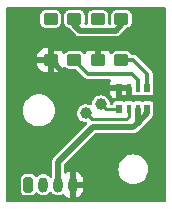
<source format=gbr>
%TF.GenerationSoftware,KiCad,Pcbnew,(6.0.4)*%
%TF.CreationDate,2022-07-21T21:10:16-04:00*%
%TF.ProjectId,XpandShieldMK3_2,5870616e-6453-4686-9965-6c644d4b335f,rev?*%
%TF.SameCoordinates,Original*%
%TF.FileFunction,Copper,L1,Top*%
%TF.FilePolarity,Positive*%
%FSLAX46Y46*%
G04 Gerber Fmt 4.6, Leading zero omitted, Abs format (unit mm)*
G04 Created by KiCad (PCBNEW (6.0.4)) date 2022-07-21 21:10:16*
%MOMM*%
%LPD*%
G01*
G04 APERTURE LIST*
G04 Aperture macros list*
%AMRoundRect*
0 Rectangle with rounded corners*
0 $1 Rounding radius*
0 $2 $3 $4 $5 $6 $7 $8 $9 X,Y pos of 4 corners*
0 Add a 4 corners polygon primitive as box body*
4,1,4,$2,$3,$4,$5,$6,$7,$8,$9,$2,$3,0*
0 Add four circle primitives for the rounded corners*
1,1,$1+$1,$2,$3*
1,1,$1+$1,$4,$5*
1,1,$1+$1,$6,$7*
1,1,$1+$1,$8,$9*
0 Add four rect primitives between the rounded corners*
20,1,$1+$1,$2,$3,$4,$5,0*
20,1,$1+$1,$4,$5,$6,$7,0*
20,1,$1+$1,$6,$7,$8,$9,0*
20,1,$1+$1,$8,$9,$2,$3,0*%
G04 Aperture macros list end*
%TA.AperFunction,SMDPad,CuDef*%
%ADD10R,0.500000X0.800000*%
%TD*%
%TA.AperFunction,SMDPad,CuDef*%
%ADD11R,0.400000X0.800000*%
%TD*%
%TA.AperFunction,ComponentPad*%
%ADD12RoundRect,0.200000X-0.200000X-0.450000X0.200000X-0.450000X0.200000X0.450000X-0.200000X0.450000X0*%
%TD*%
%TA.AperFunction,ComponentPad*%
%ADD13O,0.800000X1.300000*%
%TD*%
%TA.AperFunction,ComponentPad*%
%ADD14RoundRect,0.250000X-0.375000X-0.250000X0.375000X-0.250000X0.375000X0.250000X-0.375000X0.250000X0*%
%TD*%
%TA.AperFunction,ViaPad*%
%ADD15C,1.000000*%
%TD*%
%TA.AperFunction,Conductor*%
%ADD16C,0.500000*%
%TD*%
%TA.AperFunction,Conductor*%
%ADD17C,0.250000*%
%TD*%
%TA.AperFunction,Conductor*%
%ADD18C,0.375000*%
%TD*%
G04 APERTURE END LIST*
D10*
%TO.P,REF\u002A\u002A,1*%
%TO.N,VLED0*%
X33640000Y-21665000D03*
D11*
%TO.P,REF\u002A\u002A,2*%
X32840000Y-21665000D03*
%TO.P,REF\u002A\u002A,3*%
%TO.N,GND*%
X32040000Y-21665000D03*
D10*
%TO.P,REF\u002A\u002A,4*%
X31240000Y-21665000D03*
%TO.P,REF\u002A\u002A,5*%
%TO.N,PA07*%
X31240000Y-23465000D03*
D11*
%TO.P,REF\u002A\u002A,6*%
%TO.N,PA06*%
X32040000Y-23465000D03*
%TO.P,REF\u002A\u002A,7*%
%TO.N,P3v3*%
X32840000Y-23465000D03*
D10*
%TO.P,REF\u002A\u002A,8*%
X33640000Y-23465000D03*
%TD*%
D12*
%TO.P,REF\u002A\u002A,1*%
%TO.N,PA06*%
X23565000Y-29865000D03*
D13*
%TO.P,REF\u002A\u002A,2*%
%TO.N,PA07*%
X24815000Y-29865000D03*
%TO.P,REF\u002A\u002A,3*%
%TO.N,P3v3*%
X26065000Y-29865000D03*
%TO.P,REF\u002A\u002A,4*%
%TO.N,GND*%
X27315000Y-29865000D03*
%TD*%
D14*
%TO.P,OPT_INT,1*%
%TO.N,PA07*%
X29440000Y-15815000D03*
%TO.P,OPT_INT,2*%
%TO.N,P3v3*%
X31440000Y-15815000D03*
%TO.P,OPT_INT,3*%
%TO.N,GND*%
X29440000Y-19315000D03*
%TO.P,OPT_INT,4*%
%TO.N,VLED0*%
X31440000Y-19315000D03*
%TD*%
%TO.P,OPT_INT,1*%
%TO.N,PA06*%
X25440000Y-15815000D03*
%TO.P,OPT_INT,2*%
%TO.N,P3v3*%
X27440000Y-15815000D03*
%TO.P,OPT_INT,3*%
%TO.N,GND*%
X25440000Y-19315000D03*
%TO.P,OPT_INT,4*%
%TO.N,VLED0*%
X27440000Y-19315000D03*
%TD*%
D15*
%TO.N,PA06*%
X28440000Y-23815000D03*
%TO.N,PA07*%
X29690000Y-23065000D03*
%TD*%
D16*
%TO.N,GND*%
X32040000Y-21665000D02*
X31240000Y-21665000D01*
X32440000Y-18315000D02*
X29440000Y-18315000D01*
X32240978Y-22565000D02*
X32040000Y-22364022D01*
X29940000Y-25815000D02*
X33190000Y-25815000D01*
X32040000Y-22364022D02*
X32040000Y-21665000D01*
X25440000Y-18315000D02*
X29440000Y-18315000D01*
X34690000Y-24315000D02*
X34690000Y-23065000D01*
X31240000Y-22365000D02*
X31440000Y-22565000D01*
X33190000Y-25815000D02*
X34690000Y-24315000D01*
D17*
X29440000Y-19315000D02*
X29190000Y-19315000D01*
D16*
X34690000Y-20565000D02*
X32440000Y-18315000D01*
X25440000Y-19315000D02*
X25440000Y-18315000D01*
X34190000Y-22565000D02*
X32240978Y-22565000D01*
X25440000Y-19315000D02*
X27790000Y-21665000D01*
X27315000Y-29865000D02*
X27315000Y-28440000D01*
X34690000Y-23065000D02*
X34190000Y-22565000D01*
X27315000Y-28440000D02*
X29940000Y-25815000D01*
X29440000Y-19315000D02*
X29440000Y-18315000D01*
X31440000Y-22565000D02*
X32240978Y-22565000D01*
X31240000Y-21665000D02*
X31240000Y-22365000D01*
X27790000Y-21665000D02*
X31240000Y-21665000D01*
X34690000Y-23065000D02*
X34690000Y-20565000D01*
%TO.N,P3v3*%
X31440000Y-16315000D02*
X31440000Y-15815000D01*
X32840000Y-24615000D02*
X33640000Y-23815000D01*
X26065000Y-27940000D02*
X26065000Y-29865000D01*
X27440000Y-15815000D02*
X27440000Y-16315000D01*
X33640000Y-23815000D02*
X33640000Y-23465000D01*
X30940000Y-16815000D02*
X31440000Y-16315000D01*
X32840000Y-24615000D02*
X32440000Y-25015000D01*
X27440000Y-16315000D02*
X27940000Y-16815000D01*
X27190000Y-26815000D02*
X26065000Y-27940000D01*
X32440000Y-25015000D02*
X28990000Y-25015000D01*
X27940000Y-16815000D02*
X30940000Y-16815000D01*
X32840000Y-24615000D02*
X32840000Y-23465000D01*
X28990000Y-25015000D02*
X27190000Y-26815000D01*
D17*
%TO.N,PA06*%
X32040000Y-23465000D02*
X32040000Y-24115000D01*
X31840000Y-24315000D02*
X28940000Y-24315000D01*
X32040000Y-24115000D02*
X31840000Y-24315000D01*
X28940000Y-24315000D02*
X28440000Y-23815000D01*
%TO.N,PA07*%
X31240000Y-23465000D02*
X30090000Y-23465000D01*
X30090000Y-23465000D02*
X29690000Y-23065000D01*
D18*
%TO.N,VLED0*%
X32840000Y-21015000D02*
X32290000Y-20465000D01*
X32290000Y-20465000D02*
X28590000Y-20465000D01*
X32440000Y-19315000D02*
X33640000Y-20515000D01*
X32840000Y-21665000D02*
X32840000Y-21015000D01*
X31440000Y-19315000D02*
X32440000Y-19315000D01*
X33640000Y-20515000D02*
X33640000Y-21665000D01*
X27440000Y-19315000D02*
X28590000Y-20465000D01*
%TD*%
%TA.AperFunction,Conductor*%
%TO.N,GND*%
G36*
X35132539Y-14835185D02*
G01*
X35178294Y-14887989D01*
X35189500Y-14939500D01*
X35189500Y-31190500D01*
X35169815Y-31257539D01*
X35117011Y-31303294D01*
X35065500Y-31314500D01*
X21814500Y-31314500D01*
X21747461Y-31294815D01*
X21701706Y-31242011D01*
X21690500Y-31190500D01*
X21690500Y-30368834D01*
X22914500Y-30368834D01*
X22917481Y-30400369D01*
X22938574Y-30460434D01*
X22952607Y-30500393D01*
X22962366Y-30528184D01*
X22967871Y-30535637D01*
X22967872Y-30535639D01*
X22992374Y-30568811D01*
X23042850Y-30637150D01*
X23050306Y-30642657D01*
X23144361Y-30712128D01*
X23144363Y-30712129D01*
X23151816Y-30717634D01*
X23160555Y-30720703D01*
X23160557Y-30720704D01*
X23202008Y-30735260D01*
X23279631Y-30762519D01*
X23287150Y-30763230D01*
X23287151Y-30763230D01*
X23308252Y-30765225D01*
X23308262Y-30765225D01*
X23311166Y-30765500D01*
X23818834Y-30765500D01*
X23821738Y-30765225D01*
X23821748Y-30765225D01*
X23842849Y-30763230D01*
X23842850Y-30763230D01*
X23850369Y-30762519D01*
X23927992Y-30735260D01*
X23969443Y-30720704D01*
X23969445Y-30720703D01*
X23978184Y-30717634D01*
X23985637Y-30712129D01*
X23985639Y-30712128D01*
X24079694Y-30642657D01*
X24087150Y-30637150D01*
X24139723Y-30565972D01*
X24195385Y-30523744D01*
X24265044Y-30518312D01*
X24329857Y-30554762D01*
X24332449Y-30557522D01*
X24337037Y-30563837D01*
X24343050Y-30568811D01*
X24430667Y-30641294D01*
X24463674Y-30668600D01*
X24612387Y-30738579D01*
X24620044Y-30740040D01*
X24620045Y-30740040D01*
X24693109Y-30753978D01*
X24773830Y-30769376D01*
X24937860Y-30759056D01*
X24945278Y-30756646D01*
X24945282Y-30756645D01*
X25047352Y-30723480D01*
X25094171Y-30708268D01*
X25151449Y-30671918D01*
X25226353Y-30624383D01*
X25226357Y-30624380D01*
X25232940Y-30620202D01*
X25345448Y-30500393D01*
X25345599Y-30500535D01*
X25397603Y-30460434D01*
X25467216Y-30454455D01*
X25529011Y-30487060D01*
X25542909Y-30503100D01*
X25587037Y-30563837D01*
X25593050Y-30568811D01*
X25680667Y-30641294D01*
X25713674Y-30668600D01*
X25862387Y-30738579D01*
X25870044Y-30740040D01*
X25870045Y-30740040D01*
X25943109Y-30753978D01*
X26023830Y-30769376D01*
X26187860Y-30759056D01*
X26195278Y-30756646D01*
X26195282Y-30756645D01*
X26297352Y-30723480D01*
X26344171Y-30708268D01*
X26442751Y-30645707D01*
X26509901Y-30626406D01*
X26576827Y-30646473D01*
X26601343Y-30667432D01*
X26705119Y-30782686D01*
X26714720Y-30791331D01*
X26857266Y-30894898D01*
X26868455Y-30901358D01*
X27029421Y-30973024D01*
X27041706Y-30977016D01*
X27047560Y-30978260D01*
X27061400Y-30977204D01*
X27065000Y-30967409D01*
X27065000Y-30964137D01*
X27565000Y-30964137D01*
X27568910Y-30977454D01*
X27579241Y-30978940D01*
X27588294Y-30977016D01*
X27600579Y-30973024D01*
X27761544Y-30901358D01*
X27772733Y-30894898D01*
X27915280Y-30791331D01*
X27924881Y-30782686D01*
X28042779Y-30651748D01*
X28050374Y-30641294D01*
X28138469Y-30488708D01*
X28143727Y-30476900D01*
X28198175Y-30309327D01*
X28200861Y-30296693D01*
X28214661Y-30165386D01*
X28215000Y-30158922D01*
X28215000Y-30132830D01*
X28210596Y-30117831D01*
X28209226Y-30116644D01*
X28201668Y-30115000D01*
X27582830Y-30115000D01*
X27567831Y-30119404D01*
X27566644Y-30120774D01*
X27565000Y-30128332D01*
X27565000Y-30964137D01*
X27065000Y-30964137D01*
X27065000Y-29597170D01*
X27565000Y-29597170D01*
X27569404Y-29612169D01*
X27570774Y-29613356D01*
X27578332Y-29615000D01*
X28197170Y-29615000D01*
X28212169Y-29610596D01*
X28213356Y-29609226D01*
X28215000Y-29601668D01*
X28215000Y-29571078D01*
X28214661Y-29564614D01*
X28200861Y-29433307D01*
X28198175Y-29420673D01*
X28143727Y-29253100D01*
X28138469Y-29241292D01*
X28050374Y-29088706D01*
X28042779Y-29078252D01*
X27924881Y-28947314D01*
X27915280Y-28938669D01*
X27772734Y-28835102D01*
X27761545Y-28828642D01*
X27600579Y-28756976D01*
X27588294Y-28752984D01*
X27582440Y-28751740D01*
X27568600Y-28752796D01*
X27565000Y-28762591D01*
X27565000Y-29597170D01*
X27065000Y-29597170D01*
X27065000Y-28765863D01*
X27061090Y-28752546D01*
X27050759Y-28751060D01*
X27041706Y-28752984D01*
X27029421Y-28756976D01*
X26868456Y-28828642D01*
X26857262Y-28835105D01*
X26762385Y-28904037D01*
X26696579Y-28927517D01*
X26628525Y-28911691D01*
X26579830Y-28861586D01*
X26565500Y-28803719D01*
X26565500Y-28565000D01*
X31184723Y-28565000D01*
X31203793Y-28782977D01*
X31205195Y-28788209D01*
X31254805Y-28973355D01*
X31260425Y-28994330D01*
X31352898Y-29192638D01*
X31356005Y-29197075D01*
X31356006Y-29197077D01*
X31475296Y-29367442D01*
X31475300Y-29367446D01*
X31478402Y-29371877D01*
X31633123Y-29526598D01*
X31812361Y-29652102D01*
X32010670Y-29744575D01*
X32015893Y-29745974D01*
X32015897Y-29745976D01*
X32182901Y-29790724D01*
X32222023Y-29801207D01*
X32440000Y-29820277D01*
X32657977Y-29801207D01*
X32697099Y-29790724D01*
X32864103Y-29745976D01*
X32864107Y-29745974D01*
X32869330Y-29744575D01*
X33067639Y-29652102D01*
X33246877Y-29526598D01*
X33401598Y-29371877D01*
X33404700Y-29367446D01*
X33404704Y-29367442D01*
X33523994Y-29197077D01*
X33523995Y-29197075D01*
X33527102Y-29192638D01*
X33619575Y-28994330D01*
X33625196Y-28973355D01*
X33674805Y-28788209D01*
X33676207Y-28782977D01*
X33695277Y-28565000D01*
X33676207Y-28347023D01*
X33645319Y-28231746D01*
X33620976Y-28140897D01*
X33620974Y-28140893D01*
X33619575Y-28135670D01*
X33527102Y-27937362D01*
X33504999Y-27905795D01*
X33404704Y-27762558D01*
X33404700Y-27762554D01*
X33401598Y-27758123D01*
X33246877Y-27603402D01*
X33067639Y-27477898D01*
X32869330Y-27385425D01*
X32864107Y-27384026D01*
X32864103Y-27384024D01*
X32663209Y-27330195D01*
X32663210Y-27330195D01*
X32657977Y-27328793D01*
X32440000Y-27309723D01*
X32222023Y-27328793D01*
X32216790Y-27330195D01*
X32216791Y-27330195D01*
X32015897Y-27384024D01*
X32015893Y-27384026D01*
X32010670Y-27385425D01*
X31812362Y-27477898D01*
X31807925Y-27481005D01*
X31807923Y-27481006D01*
X31637558Y-27600296D01*
X31637557Y-27600297D01*
X31633123Y-27603402D01*
X31478402Y-27758123D01*
X31475300Y-27762554D01*
X31475296Y-27762558D01*
X31375001Y-27905795D01*
X31352898Y-27937362D01*
X31260425Y-28135670D01*
X31259026Y-28140893D01*
X31259024Y-28140897D01*
X31234681Y-28231746D01*
X31203793Y-28347023D01*
X31185639Y-28554535D01*
X31184723Y-28565000D01*
X26565500Y-28565000D01*
X26565500Y-28198676D01*
X26585185Y-28131637D01*
X26601819Y-28110995D01*
X29160995Y-25551819D01*
X29222318Y-25518334D01*
X29248676Y-25515500D01*
X32370039Y-25515500D01*
X32381985Y-25516835D01*
X32382023Y-25516361D01*
X32390832Y-25517070D01*
X32399447Y-25519019D01*
X32408264Y-25518472D01*
X32408265Y-25518472D01*
X32452328Y-25515738D01*
X32460007Y-25515500D01*
X32475940Y-25515500D01*
X32480308Y-25514874D01*
X32480314Y-25514874D01*
X32486130Y-25514041D01*
X32496029Y-25513027D01*
X32528452Y-25511015D01*
X32533722Y-25510688D01*
X32542538Y-25510141D01*
X32550849Y-25507140D01*
X32553681Y-25506554D01*
X32570384Y-25502390D01*
X32573168Y-25501576D01*
X32581918Y-25500323D01*
X32624348Y-25481031D01*
X32633554Y-25477284D01*
X32669075Y-25464461D01*
X32669077Y-25464460D01*
X32677387Y-25461460D01*
X32684525Y-25456245D01*
X32687085Y-25454884D01*
X32701955Y-25446195D01*
X32704385Y-25444641D01*
X32712428Y-25440984D01*
X32747743Y-25410554D01*
X32755531Y-25404371D01*
X32766336Y-25396478D01*
X32777136Y-25385678D01*
X32783875Y-25379421D01*
X32814345Y-25353167D01*
X32814348Y-25353164D01*
X32821037Y-25347400D01*
X32825843Y-25339985D01*
X32831185Y-25333861D01*
X32840651Y-25322163D01*
X33144439Y-25018375D01*
X33153828Y-25010872D01*
X33153520Y-25010510D01*
X33160246Y-25004785D01*
X33167720Y-25000070D01*
X33202793Y-24960357D01*
X33208055Y-24954759D01*
X33219320Y-24943494D01*
X33944438Y-24218375D01*
X33953830Y-24210871D01*
X33953522Y-24210509D01*
X33960250Y-24204783D01*
X33967720Y-24200070D01*
X34002801Y-24160348D01*
X34008063Y-24154750D01*
X34019320Y-24143493D01*
X34021961Y-24139969D01*
X34021967Y-24139962D01*
X34025489Y-24135262D01*
X34031773Y-24127543D01*
X34056776Y-24099233D01*
X34056777Y-24099231D01*
X34062623Y-24092612D01*
X34066377Y-24084617D01*
X34067970Y-24082191D01*
X34076837Y-24067434D01*
X34078229Y-24064892D01*
X34083526Y-24057824D01*
X34099884Y-24014190D01*
X34103748Y-24005022D01*
X34114040Y-23983100D01*
X34117473Y-23977019D01*
X34119183Y-23972892D01*
X34125966Y-23962740D01*
X34133647Y-23924128D01*
X34133852Y-23923580D01*
X34133910Y-23922806D01*
X34140500Y-23889674D01*
X34140500Y-23838715D01*
X34140841Y-23829526D01*
X34142616Y-23805634D01*
X34144476Y-23780608D01*
X34142632Y-23771968D01*
X34142078Y-23763846D01*
X34140500Y-23748894D01*
X34140500Y-23040326D01*
X34125966Y-22967260D01*
X34070601Y-22884399D01*
X33987740Y-22829034D01*
X33953687Y-22822260D01*
X33920653Y-22815689D01*
X33920650Y-22815689D01*
X33914674Y-22814500D01*
X33365326Y-22814500D01*
X33359350Y-22815689D01*
X33359347Y-22815689D01*
X33326313Y-22822260D01*
X33292260Y-22829034D01*
X33282104Y-22835820D01*
X33270822Y-22840493D01*
X33270171Y-22838921D01*
X33217217Y-22855504D01*
X33159928Y-22838682D01*
X33159178Y-22840493D01*
X33147896Y-22835820D01*
X33137740Y-22829034D01*
X33103687Y-22822260D01*
X33070653Y-22815689D01*
X33070650Y-22815689D01*
X33064674Y-22814500D01*
X32615326Y-22814500D01*
X32609350Y-22815689D01*
X32609347Y-22815689D01*
X32576313Y-22822260D01*
X32542260Y-22829034D01*
X32532102Y-22835821D01*
X32532100Y-22835822D01*
X32508890Y-22851330D01*
X32442213Y-22872208D01*
X32371110Y-22851330D01*
X32347900Y-22835822D01*
X32347898Y-22835821D01*
X32337740Y-22829034D01*
X32303687Y-22822260D01*
X32270653Y-22815689D01*
X32270650Y-22815689D01*
X32264674Y-22814500D01*
X31815326Y-22814500D01*
X31809350Y-22815689D01*
X31809347Y-22815689D01*
X31776313Y-22822260D01*
X31742260Y-22829034D01*
X31732104Y-22835820D01*
X31720822Y-22840493D01*
X31720171Y-22838921D01*
X31667217Y-22855504D01*
X31609928Y-22838682D01*
X31609178Y-22840493D01*
X31597896Y-22835820D01*
X31587740Y-22829034D01*
X31553687Y-22822260D01*
X31520653Y-22815689D01*
X31520650Y-22815689D01*
X31514674Y-22814500D01*
X30965326Y-22814500D01*
X30959350Y-22815689D01*
X30959347Y-22815689D01*
X30926313Y-22822260D01*
X30892260Y-22829034D01*
X30809399Y-22884399D01*
X30754034Y-22967260D01*
X30751651Y-22979239D01*
X30751650Y-22979242D01*
X30749572Y-22989691D01*
X30717187Y-23051602D01*
X30656472Y-23086176D01*
X30627955Y-23089500D01*
X30558866Y-23089500D01*
X30491827Y-23069815D01*
X30446072Y-23017011D01*
X30435639Y-22979322D01*
X30427254Y-22904564D01*
X30427253Y-22904560D01*
X30426481Y-22897676D01*
X30371108Y-22738668D01*
X30281884Y-22595879D01*
X30197777Y-22511183D01*
X30168123Y-22481321D01*
X30168122Y-22481320D01*
X30163242Y-22476406D01*
X30157395Y-22472695D01*
X30157392Y-22472693D01*
X30026933Y-22389902D01*
X30021079Y-22386187D01*
X30008282Y-22381630D01*
X29868991Y-22332031D01*
X29868992Y-22332031D01*
X29862462Y-22329706D01*
X29695273Y-22309769D01*
X29688384Y-22310493D01*
X29688381Y-22310493D01*
X29534718Y-22326644D01*
X29534717Y-22326644D01*
X29527821Y-22327369D01*
X29521254Y-22329604D01*
X29521252Y-22329605D01*
X29374998Y-22379394D01*
X29374995Y-22379395D01*
X29368431Y-22381630D01*
X29225022Y-22469856D01*
X29220070Y-22474706D01*
X29220068Y-22474707D01*
X29109680Y-22582807D01*
X29109677Y-22582811D01*
X29104724Y-22587661D01*
X29013515Y-22729190D01*
X29011145Y-22735702D01*
X28958385Y-22880657D01*
X28955927Y-22887409D01*
X28944326Y-22979242D01*
X28937201Y-23035647D01*
X28909270Y-23099691D01*
X28851148Y-23138467D01*
X28781289Y-23139664D01*
X28771198Y-23135852D01*
X28771079Y-23136187D01*
X28659420Y-23096427D01*
X28612462Y-23079706D01*
X28445273Y-23059769D01*
X28438384Y-23060493D01*
X28438381Y-23060493D01*
X28284718Y-23076644D01*
X28284717Y-23076644D01*
X28277821Y-23077369D01*
X28271254Y-23079604D01*
X28271252Y-23079605D01*
X28124998Y-23129394D01*
X28124995Y-23129395D01*
X28118431Y-23131630D01*
X27975022Y-23219856D01*
X27970070Y-23224706D01*
X27970068Y-23224707D01*
X27859680Y-23332807D01*
X27859677Y-23332811D01*
X27854724Y-23337661D01*
X27763515Y-23479190D01*
X27761145Y-23485702D01*
X27721541Y-23594512D01*
X27705927Y-23637409D01*
X27704630Y-23647676D01*
X27686725Y-23789418D01*
X27684825Y-23804455D01*
X27688359Y-23840500D01*
X27700345Y-23962740D01*
X27701255Y-23972025D01*
X27754402Y-24131791D01*
X27757995Y-24137724D01*
X27757996Y-24137726D01*
X27821649Y-24242829D01*
X27841624Y-24275812D01*
X27846437Y-24280796D01*
X27935404Y-24372923D01*
X27958586Y-24396929D01*
X27964389Y-24400727D01*
X27964391Y-24400728D01*
X28018905Y-24436401D01*
X28099475Y-24489125D01*
X28105970Y-24491540D01*
X28105973Y-24491542D01*
X28250789Y-24545398D01*
X28250792Y-24545399D01*
X28257289Y-24547815D01*
X28424183Y-24570083D01*
X28431021Y-24569461D01*
X28497609Y-24590538D01*
X28542248Y-24644289D01*
X28550740Y-24713641D01*
X28516080Y-24781107D01*
X26863664Y-26433522D01*
X25760561Y-27536625D01*
X25751172Y-27544128D01*
X25751480Y-27544490D01*
X25744754Y-27550215D01*
X25737280Y-27554930D01*
X25731431Y-27561553D01*
X25702207Y-27594643D01*
X25696945Y-27600241D01*
X25685680Y-27611506D01*
X25683033Y-27615038D01*
X25683032Y-27615039D01*
X25679512Y-27619736D01*
X25673231Y-27627453D01*
X25642377Y-27662388D01*
X25638623Y-27670384D01*
X25637043Y-27672789D01*
X25628160Y-27687571D01*
X25626771Y-27690108D01*
X25621474Y-27697176D01*
X25618373Y-27705449D01*
X25618372Y-27705450D01*
X25605115Y-27740813D01*
X25601258Y-27749968D01*
X25581447Y-27792163D01*
X25580087Y-27800897D01*
X25579238Y-27803675D01*
X25574870Y-27820322D01*
X25574248Y-27823152D01*
X25571148Y-27831420D01*
X25570494Y-27840224D01*
X25570493Y-27840227D01*
X25567694Y-27877899D01*
X25566561Y-27887773D01*
X25564500Y-27901009D01*
X25564500Y-27916285D01*
X25564159Y-27925474D01*
X25560524Y-27974392D01*
X25562368Y-27983032D01*
X25562922Y-27991154D01*
X25564500Y-28006106D01*
X25564500Y-29149760D01*
X25540823Y-29222639D01*
X25539892Y-29223920D01*
X25535439Y-29228662D01*
X25482405Y-29269563D01*
X25412792Y-29275547D01*
X25350995Y-29242945D01*
X25337091Y-29226900D01*
X25308630Y-29187727D01*
X25292963Y-29166163D01*
X25219775Y-29105617D01*
X25172333Y-29066369D01*
X25172331Y-29066368D01*
X25166326Y-29061400D01*
X25017613Y-28991421D01*
X25009956Y-28989960D01*
X25009955Y-28989960D01*
X24907700Y-28970454D01*
X24856170Y-28960624D01*
X24692140Y-28970944D01*
X24684722Y-28973354D01*
X24684718Y-28973355D01*
X24605065Y-28999236D01*
X24535829Y-29021732D01*
X24496377Y-29046769D01*
X24403647Y-29105617D01*
X24403643Y-29105620D01*
X24397060Y-29109798D01*
X24391722Y-29115482D01*
X24391720Y-29115484D01*
X24332388Y-29178667D01*
X24272147Y-29214061D01*
X24202333Y-29211269D01*
X24142254Y-29167455D01*
X24141300Y-29166163D01*
X24087150Y-29092850D01*
X24024762Y-29046769D01*
X23985639Y-29017872D01*
X23985637Y-29017871D01*
X23978184Y-29012366D01*
X23969445Y-29009297D01*
X23969443Y-29009296D01*
X23911940Y-28989103D01*
X23850369Y-28967481D01*
X23842850Y-28966770D01*
X23842849Y-28966770D01*
X23821748Y-28964775D01*
X23821738Y-28964775D01*
X23818834Y-28964500D01*
X23311166Y-28964500D01*
X23308262Y-28964775D01*
X23308252Y-28964775D01*
X23287151Y-28966770D01*
X23287150Y-28966770D01*
X23279631Y-28967481D01*
X23218060Y-28989103D01*
X23160557Y-29009296D01*
X23160555Y-29009297D01*
X23151816Y-29012366D01*
X23144363Y-29017871D01*
X23144361Y-29017872D01*
X23105238Y-29046769D01*
X23042850Y-29092850D01*
X23037343Y-29100306D01*
X22987746Y-29167455D01*
X22962366Y-29201816D01*
X22959297Y-29210555D01*
X22959296Y-29210557D01*
X22942551Y-29258242D01*
X22917481Y-29329631D01*
X22914500Y-29361166D01*
X22914500Y-30368834D01*
X21690500Y-30368834D01*
X21690500Y-23565000D01*
X23084341Y-23565000D01*
X23084813Y-23570395D01*
X23103205Y-23780608D01*
X23104937Y-23800408D01*
X23106336Y-23805631D01*
X23106337Y-23805634D01*
X23115679Y-23840500D01*
X23166097Y-24028663D01*
X23168384Y-24033567D01*
X23168386Y-24033573D01*
X23221098Y-24146613D01*
X23265965Y-24242829D01*
X23269072Y-24247266D01*
X23269073Y-24247268D01*
X23398399Y-24431966D01*
X23398403Y-24431970D01*
X23401505Y-24436401D01*
X23568599Y-24603495D01*
X23762170Y-24739035D01*
X23976337Y-24838903D01*
X24060137Y-24861357D01*
X24199366Y-24898663D01*
X24199369Y-24898664D01*
X24204592Y-24900063D01*
X24209979Y-24900534D01*
X24209983Y-24900535D01*
X24434605Y-24920187D01*
X24440000Y-24920659D01*
X24445395Y-24920187D01*
X24670017Y-24900535D01*
X24670021Y-24900534D01*
X24675408Y-24900063D01*
X24680631Y-24898664D01*
X24680634Y-24898663D01*
X24819863Y-24861357D01*
X24903663Y-24838903D01*
X25117830Y-24739035D01*
X25311401Y-24603495D01*
X25478495Y-24436401D01*
X25481597Y-24431970D01*
X25481601Y-24431966D01*
X25610927Y-24247268D01*
X25610928Y-24247266D01*
X25614035Y-24242829D01*
X25658902Y-24146613D01*
X25711614Y-24033573D01*
X25711616Y-24033567D01*
X25713903Y-24028663D01*
X25764321Y-23840500D01*
X25773663Y-23805634D01*
X25773664Y-23805631D01*
X25775063Y-23800408D01*
X25776796Y-23780608D01*
X25795187Y-23570395D01*
X25795659Y-23565000D01*
X25788721Y-23485702D01*
X25775535Y-23334983D01*
X25775534Y-23334979D01*
X25775063Y-23329592D01*
X25763430Y-23286174D01*
X25736357Y-23185137D01*
X25713903Y-23101337D01*
X25711616Y-23096433D01*
X25711614Y-23096427D01*
X25616325Y-22892082D01*
X25614035Y-22887171D01*
X25580083Y-22838682D01*
X25481601Y-22698034D01*
X25481597Y-22698030D01*
X25478495Y-22693599D01*
X25311401Y-22526505D01*
X25117830Y-22390965D01*
X24903663Y-22291097D01*
X24819863Y-22268643D01*
X24680634Y-22231337D01*
X24680631Y-22231336D01*
X24675408Y-22229937D01*
X24670021Y-22229466D01*
X24670017Y-22229465D01*
X24445395Y-22209813D01*
X24440000Y-22209341D01*
X24434605Y-22209813D01*
X24209983Y-22229465D01*
X24209979Y-22229466D01*
X24204592Y-22229937D01*
X24199369Y-22231336D01*
X24199366Y-22231337D01*
X24060137Y-22268643D01*
X23976337Y-22291097D01*
X23971433Y-22293384D01*
X23971427Y-22293386D01*
X23893540Y-22329706D01*
X23762171Y-22390965D01*
X23757734Y-22394072D01*
X23757732Y-22394073D01*
X23573034Y-22523399D01*
X23573033Y-22523400D01*
X23568599Y-22526505D01*
X23401505Y-22693599D01*
X23398403Y-22698030D01*
X23398399Y-22698034D01*
X23299917Y-22838682D01*
X23265965Y-22887171D01*
X23263675Y-22892082D01*
X23168386Y-23096427D01*
X23168384Y-23096433D01*
X23166097Y-23101337D01*
X23143643Y-23185137D01*
X23116571Y-23286174D01*
X23104937Y-23329592D01*
X23104466Y-23334979D01*
X23104465Y-23334983D01*
X23091279Y-23485702D01*
X23084341Y-23565000D01*
X21690500Y-23565000D01*
X21690500Y-22108972D01*
X30490000Y-22108972D01*
X30490363Y-22115669D01*
X30495803Y-22165744D01*
X30499371Y-22180753D01*
X30543817Y-22299311D01*
X30552212Y-22314646D01*
X30627516Y-22415124D01*
X30639876Y-22427484D01*
X30740354Y-22502788D01*
X30755689Y-22511183D01*
X30874247Y-22555629D01*
X30889256Y-22559197D01*
X30939331Y-22564637D01*
X30946028Y-22565000D01*
X30972170Y-22565000D01*
X30987169Y-22560596D01*
X30988356Y-22559226D01*
X30990000Y-22551668D01*
X30990000Y-22547170D01*
X31490000Y-22547170D01*
X31494404Y-22562169D01*
X31495774Y-22563356D01*
X31503332Y-22565000D01*
X31533972Y-22565000D01*
X31540669Y-22564637D01*
X31590744Y-22559197D01*
X31605747Y-22555630D01*
X31621471Y-22549735D01*
X31691154Y-22544634D01*
X31708529Y-22549735D01*
X31724253Y-22555630D01*
X31739256Y-22559197D01*
X31789331Y-22564637D01*
X31796028Y-22565000D01*
X31822170Y-22565000D01*
X31837169Y-22560596D01*
X31838356Y-22559226D01*
X31840000Y-22551668D01*
X31840000Y-21932830D01*
X31835596Y-21917831D01*
X31834226Y-21916644D01*
X31826668Y-21915000D01*
X31507830Y-21915000D01*
X31492831Y-21919404D01*
X31491644Y-21920774D01*
X31490000Y-21928332D01*
X31490000Y-22547170D01*
X30990000Y-22547170D01*
X30990000Y-21932830D01*
X30985596Y-21917831D01*
X30984226Y-21916644D01*
X30976668Y-21915000D01*
X30507830Y-21915000D01*
X30492831Y-21919404D01*
X30491644Y-21920774D01*
X30490000Y-21928332D01*
X30490000Y-22108972D01*
X21690500Y-22108972D01*
X21690500Y-19611636D01*
X24315001Y-19611636D01*
X24315331Y-19618015D01*
X24325151Y-19712671D01*
X24327997Y-19725849D01*
X24378920Y-19878481D01*
X24384991Y-19891443D01*
X24469438Y-20027907D01*
X24478325Y-20039120D01*
X24591904Y-20152501D01*
X24603135Y-20161370D01*
X24739741Y-20245575D01*
X24752718Y-20251627D01*
X24905446Y-20302285D01*
X24918613Y-20305108D01*
X25012019Y-20314678D01*
X25018325Y-20315000D01*
X25172170Y-20315000D01*
X25187169Y-20310596D01*
X25188356Y-20309226D01*
X25190000Y-20301668D01*
X25190000Y-20297169D01*
X25690000Y-20297169D01*
X25694404Y-20312168D01*
X25695774Y-20313355D01*
X25703332Y-20314999D01*
X25861636Y-20314999D01*
X25868015Y-20314669D01*
X25962671Y-20304849D01*
X25975849Y-20302003D01*
X26128481Y-20251080D01*
X26141443Y-20245009D01*
X26277907Y-20160562D01*
X26289120Y-20151675D01*
X26402501Y-20038096D01*
X26411368Y-20026868D01*
X26484712Y-19907882D01*
X26536646Y-19861143D01*
X26605606Y-19849901D01*
X26669696Y-19877726D01*
X26689495Y-19898584D01*
X26702157Y-19915479D01*
X26702159Y-19915481D01*
X26707454Y-19922546D01*
X26714519Y-19927841D01*
X26815109Y-20003230D01*
X26815111Y-20003231D01*
X26822176Y-20008526D01*
X26956420Y-20058851D01*
X27017623Y-20065500D01*
X27051596Y-20065500D01*
X27519712Y-20065499D01*
X27586751Y-20085183D01*
X27607393Y-20101818D01*
X28256702Y-20751127D01*
X28266400Y-20762040D01*
X28286782Y-20787894D01*
X28333684Y-20820310D01*
X28336843Y-20822567D01*
X28382732Y-20856462D01*
X28389356Y-20858788D01*
X28395130Y-20862779D01*
X28403969Y-20865574D01*
X28403970Y-20865575D01*
X28427738Y-20873092D01*
X28449510Y-20879977D01*
X28453178Y-20881201D01*
X28475711Y-20889114D01*
X28498257Y-20897031D01*
X28498258Y-20897031D01*
X28507000Y-20900101D01*
X28514013Y-20900377D01*
X28520708Y-20902494D01*
X28527138Y-20903000D01*
X28578357Y-20903000D01*
X28583225Y-20903096D01*
X28629341Y-20904908D01*
X28638607Y-20905272D01*
X28645533Y-20903436D01*
X28653454Y-20903000D01*
X30412773Y-20903000D01*
X30479812Y-20922685D01*
X30525567Y-20975489D01*
X30535511Y-21044647D01*
X30528882Y-21070527D01*
X30499371Y-21149247D01*
X30495803Y-21164256D01*
X30490363Y-21214331D01*
X30490000Y-21221028D01*
X30490000Y-21397170D01*
X30494404Y-21412169D01*
X30495774Y-21413356D01*
X30503332Y-21415000D01*
X31933718Y-21415000D01*
X32000757Y-21434685D01*
X32014920Y-21445287D01*
X32035772Y-21463355D01*
X32043332Y-21465000D01*
X32116000Y-21465000D01*
X32183039Y-21484685D01*
X32228794Y-21537489D01*
X32240000Y-21589000D01*
X32240000Y-22547170D01*
X32244404Y-22562169D01*
X32245774Y-22563356D01*
X32253332Y-22565000D01*
X32283972Y-22565000D01*
X32290669Y-22564637D01*
X32340744Y-22559197D01*
X32355753Y-22555629D01*
X32474311Y-22511183D01*
X32489646Y-22502788D01*
X32590124Y-22427484D01*
X32602487Y-22415121D01*
X32639949Y-22365135D01*
X32695906Y-22323294D01*
X32739175Y-22315500D01*
X33064674Y-22315500D01*
X33070650Y-22314311D01*
X33070653Y-22314311D01*
X33103687Y-22307740D01*
X33137740Y-22300966D01*
X33147896Y-22294180D01*
X33159178Y-22289507D01*
X33159829Y-22291079D01*
X33212783Y-22274496D01*
X33270072Y-22291318D01*
X33270822Y-22289507D01*
X33282104Y-22294180D01*
X33292260Y-22300966D01*
X33326313Y-22307740D01*
X33359347Y-22314311D01*
X33359350Y-22314311D01*
X33365326Y-22315500D01*
X33914674Y-22315500D01*
X33920650Y-22314311D01*
X33920653Y-22314311D01*
X33953687Y-22307740D01*
X33987740Y-22300966D01*
X34070601Y-22245601D01*
X34125966Y-22162740D01*
X34135329Y-22115669D01*
X34139311Y-22095653D01*
X34139311Y-22095650D01*
X34140500Y-22089674D01*
X34140500Y-21240326D01*
X34136662Y-21221028D01*
X34128349Y-21179241D01*
X34125966Y-21167260D01*
X34098897Y-21126748D01*
X34078000Y-21057858D01*
X34078000Y-20548351D01*
X34078859Y-20533777D01*
X34081639Y-20510292D01*
X34081639Y-20510289D01*
X34082728Y-20501087D01*
X34072483Y-20444990D01*
X34071845Y-20441159D01*
X34064744Y-20393923D01*
X34063366Y-20384756D01*
X34060327Y-20378428D01*
X34059066Y-20371521D01*
X34032769Y-20320898D01*
X34031034Y-20317424D01*
X34010365Y-20274381D01*
X34010364Y-20274379D01*
X34006353Y-20266027D01*
X34001589Y-20260873D01*
X33998352Y-20254642D01*
X33994163Y-20249737D01*
X33957960Y-20213534D01*
X33954585Y-20210025D01*
X33923237Y-20176113D01*
X33923236Y-20176112D01*
X33916949Y-20169311D01*
X33910758Y-20165715D01*
X33904845Y-20160419D01*
X32773297Y-19028872D01*
X32763599Y-19017959D01*
X32748957Y-18999385D01*
X32748955Y-18999383D01*
X32743218Y-18992106D01*
X32696302Y-18959680D01*
X32693143Y-18957423D01*
X32654723Y-18929045D01*
X32647269Y-18923539D01*
X32640646Y-18921213D01*
X32634870Y-18917221D01*
X32626038Y-18914428D01*
X32626030Y-18914424D01*
X32580458Y-18900012D01*
X32576762Y-18898779D01*
X32531745Y-18882970D01*
X32523000Y-18879899D01*
X32515987Y-18879623D01*
X32509292Y-18877506D01*
X32502862Y-18877000D01*
X32451643Y-18877000D01*
X32446775Y-18876904D01*
X32400659Y-18875092D01*
X32391393Y-18874728D01*
X32384467Y-18876564D01*
X32376546Y-18877000D01*
X32360593Y-18877000D01*
X32293554Y-18857315D01*
X32259867Y-18821171D01*
X32258526Y-18822176D01*
X32177841Y-18714519D01*
X32172546Y-18707454D01*
X32165481Y-18702159D01*
X32064891Y-18626770D01*
X32064889Y-18626769D01*
X32057824Y-18621474D01*
X31923580Y-18571149D01*
X31862377Y-18564500D01*
X31440063Y-18564500D01*
X31017624Y-18564501D01*
X30956420Y-18571149D01*
X30822176Y-18621474D01*
X30815111Y-18626769D01*
X30815109Y-18626770D01*
X30714519Y-18702159D01*
X30707454Y-18707454D01*
X30702159Y-18714519D01*
X30702156Y-18714522D01*
X30689563Y-18731325D01*
X30633606Y-18773166D01*
X30563912Y-18778112D01*
X30502607Y-18744593D01*
X30484893Y-18722211D01*
X30410560Y-18602090D01*
X30401675Y-18590880D01*
X30288096Y-18477499D01*
X30276865Y-18468630D01*
X30140259Y-18384425D01*
X30127282Y-18378373D01*
X29974554Y-18327715D01*
X29961387Y-18324892D01*
X29867981Y-18315322D01*
X29861675Y-18315000D01*
X29707830Y-18315000D01*
X29692831Y-18319404D01*
X29691644Y-18320774D01*
X29690000Y-18328332D01*
X29690000Y-19441000D01*
X29670315Y-19508039D01*
X29617511Y-19553794D01*
X29566000Y-19565000D01*
X29314000Y-19565000D01*
X29246961Y-19545315D01*
X29201206Y-19492511D01*
X29190000Y-19441000D01*
X29190000Y-18332831D01*
X29185596Y-18317832D01*
X29184226Y-18316645D01*
X29176668Y-18315001D01*
X29018364Y-18315001D01*
X29011985Y-18315331D01*
X28917329Y-18325151D01*
X28904151Y-18327997D01*
X28751519Y-18378920D01*
X28738557Y-18384991D01*
X28602093Y-18469438D01*
X28590880Y-18478325D01*
X28477499Y-18591904D01*
X28468632Y-18603132D01*
X28395288Y-18722118D01*
X28343354Y-18768857D01*
X28274394Y-18780099D01*
X28210304Y-18752274D01*
X28190505Y-18731416D01*
X28177843Y-18714521D01*
X28177841Y-18714519D01*
X28172546Y-18707454D01*
X28165481Y-18702159D01*
X28064891Y-18626770D01*
X28064889Y-18626769D01*
X28057824Y-18621474D01*
X27923580Y-18571149D01*
X27862377Y-18564500D01*
X27440063Y-18564500D01*
X27017624Y-18564501D01*
X26956420Y-18571149D01*
X26822176Y-18621474D01*
X26815111Y-18626769D01*
X26815109Y-18626770D01*
X26714519Y-18702159D01*
X26707454Y-18707454D01*
X26702159Y-18714519D01*
X26702156Y-18714522D01*
X26689563Y-18731325D01*
X26633606Y-18773166D01*
X26563912Y-18778112D01*
X26502607Y-18744593D01*
X26484893Y-18722211D01*
X26410560Y-18602090D01*
X26401675Y-18590880D01*
X26288096Y-18477499D01*
X26276865Y-18468630D01*
X26140259Y-18384425D01*
X26127282Y-18378373D01*
X25974554Y-18327715D01*
X25961387Y-18324892D01*
X25867981Y-18315322D01*
X25861675Y-18315000D01*
X25707830Y-18315000D01*
X25692831Y-18319404D01*
X25691644Y-18320774D01*
X25690000Y-18328332D01*
X25690000Y-20297169D01*
X25190000Y-20297169D01*
X25190000Y-19582830D01*
X25185596Y-19567831D01*
X25184226Y-19566644D01*
X25176668Y-19565000D01*
X24332831Y-19565000D01*
X24317832Y-19569404D01*
X24316645Y-19570774D01*
X24315001Y-19578332D01*
X24315001Y-19611636D01*
X21690500Y-19611636D01*
X21690500Y-19047170D01*
X24315000Y-19047170D01*
X24319404Y-19062169D01*
X24320774Y-19063356D01*
X24328332Y-19065000D01*
X25172170Y-19065000D01*
X25187169Y-19060596D01*
X25188356Y-19059226D01*
X25190000Y-19051668D01*
X25190000Y-18332831D01*
X25185596Y-18317832D01*
X25184226Y-18316645D01*
X25176668Y-18315001D01*
X25018364Y-18315001D01*
X25011985Y-18315331D01*
X24917329Y-18325151D01*
X24904151Y-18327997D01*
X24751519Y-18378920D01*
X24738557Y-18384991D01*
X24602093Y-18469438D01*
X24590880Y-18478325D01*
X24477499Y-18591904D01*
X24468630Y-18603135D01*
X24384425Y-18739741D01*
X24378373Y-18752718D01*
X24327715Y-18905446D01*
X24324892Y-18918613D01*
X24315322Y-19012019D01*
X24315000Y-19018325D01*
X24315000Y-19047170D01*
X21690500Y-19047170D01*
X21690500Y-15517623D01*
X24564500Y-15517623D01*
X24564501Y-16112376D01*
X24571149Y-16173580D01*
X24621474Y-16307824D01*
X24707454Y-16422546D01*
X24714519Y-16427841D01*
X24815109Y-16503230D01*
X24815111Y-16503231D01*
X24822176Y-16508526D01*
X24956420Y-16558851D01*
X25017623Y-16565500D01*
X25439937Y-16565500D01*
X25862376Y-16565499D01*
X25923580Y-16558851D01*
X26057824Y-16508526D01*
X26064889Y-16503231D01*
X26064891Y-16503230D01*
X26165481Y-16427841D01*
X26172546Y-16422546D01*
X26258526Y-16307824D01*
X26308851Y-16173580D01*
X26315500Y-16112377D01*
X26315499Y-15517624D01*
X26315499Y-15517623D01*
X26564500Y-15517623D01*
X26564501Y-16112376D01*
X26571149Y-16173580D01*
X26621474Y-16307824D01*
X26707454Y-16422546D01*
X26714519Y-16427841D01*
X26815109Y-16503230D01*
X26815111Y-16503231D01*
X26822176Y-16508526D01*
X26830444Y-16511626D01*
X26830445Y-16511626D01*
X26949148Y-16556125D01*
X26956420Y-16558851D01*
X26959407Y-16559175D01*
X27023008Y-16597865D01*
X27044443Y-16622741D01*
X27050629Y-16630531D01*
X27058522Y-16641336D01*
X27069322Y-16652136D01*
X27075579Y-16658875D01*
X27101833Y-16689345D01*
X27101836Y-16689348D01*
X27107600Y-16696037D01*
X27115015Y-16700843D01*
X27121139Y-16706185D01*
X27132837Y-16715651D01*
X27536625Y-17119439D01*
X27544128Y-17128828D01*
X27544490Y-17128520D01*
X27550215Y-17135246D01*
X27554930Y-17142720D01*
X27561553Y-17148569D01*
X27594643Y-17177793D01*
X27600241Y-17183055D01*
X27611507Y-17194321D01*
X27618152Y-17199301D01*
X27619745Y-17200495D01*
X27627460Y-17206776D01*
X27662388Y-17237623D01*
X27670387Y-17241379D01*
X27672811Y-17242971D01*
X27687595Y-17251854D01*
X27690107Y-17253229D01*
X27697176Y-17258527D01*
X27705446Y-17261627D01*
X27705451Y-17261630D01*
X27740827Y-17274892D01*
X27749984Y-17278750D01*
X27792163Y-17298553D01*
X27800893Y-17299912D01*
X27803653Y-17300756D01*
X27820322Y-17305129D01*
X27823145Y-17305750D01*
X27831420Y-17308852D01*
X27840230Y-17309507D01*
X27840231Y-17309507D01*
X27856125Y-17310688D01*
X27877903Y-17312306D01*
X27887773Y-17313439D01*
X27901009Y-17315500D01*
X27916285Y-17315500D01*
X27925474Y-17315841D01*
X27974392Y-17319476D01*
X27983032Y-17317632D01*
X27991154Y-17317078D01*
X28006106Y-17315500D01*
X30870039Y-17315500D01*
X30881985Y-17316835D01*
X30882023Y-17316361D01*
X30890832Y-17317070D01*
X30899447Y-17319019D01*
X30908264Y-17318472D01*
X30908265Y-17318472D01*
X30952328Y-17315738D01*
X30960007Y-17315500D01*
X30975940Y-17315500D01*
X30980308Y-17314874D01*
X30980314Y-17314874D01*
X30986130Y-17314041D01*
X30996029Y-17313027D01*
X31028452Y-17311015D01*
X31033722Y-17310688D01*
X31042538Y-17310141D01*
X31050849Y-17307140D01*
X31053681Y-17306554D01*
X31070384Y-17302390D01*
X31073168Y-17301576D01*
X31081918Y-17300323D01*
X31124348Y-17281031D01*
X31133554Y-17277284D01*
X31169075Y-17264461D01*
X31169077Y-17264460D01*
X31177387Y-17261460D01*
X31184525Y-17256245D01*
X31187085Y-17254884D01*
X31201955Y-17246195D01*
X31204385Y-17244641D01*
X31212428Y-17240984D01*
X31247743Y-17210554D01*
X31255531Y-17204371D01*
X31266336Y-17196478D01*
X31277136Y-17185678D01*
X31283875Y-17179421D01*
X31314345Y-17153167D01*
X31314348Y-17153164D01*
X31321037Y-17147400D01*
X31325843Y-17139985D01*
X31331185Y-17133861D01*
X31340651Y-17122163D01*
X31744439Y-16718375D01*
X31753828Y-16710872D01*
X31753520Y-16710510D01*
X31760246Y-16704785D01*
X31767720Y-16700070D01*
X31802793Y-16660357D01*
X31808055Y-16654759D01*
X31819321Y-16643493D01*
X31825499Y-16635251D01*
X31831777Y-16627539D01*
X31859258Y-16596422D01*
X31921505Y-16559076D01*
X31923580Y-16558851D01*
X31930853Y-16556124D01*
X31930855Y-16556124D01*
X32049555Y-16511626D01*
X32049556Y-16511626D01*
X32057824Y-16508526D01*
X32064889Y-16503231D01*
X32064891Y-16503230D01*
X32165481Y-16427841D01*
X32172546Y-16422546D01*
X32258526Y-16307824D01*
X32308851Y-16173580D01*
X32315500Y-16112377D01*
X32315499Y-15517624D01*
X32308851Y-15456420D01*
X32258526Y-15322176D01*
X32172546Y-15207454D01*
X32165481Y-15202159D01*
X32064891Y-15126770D01*
X32064889Y-15126769D01*
X32057824Y-15121474D01*
X31923580Y-15071149D01*
X31862377Y-15064500D01*
X31440063Y-15064500D01*
X31017624Y-15064501D01*
X30956420Y-15071149D01*
X30822176Y-15121474D01*
X30815111Y-15126769D01*
X30815109Y-15126770D01*
X30714519Y-15202159D01*
X30707454Y-15207454D01*
X30621474Y-15322176D01*
X30571149Y-15456420D01*
X30564500Y-15517623D01*
X30564501Y-16112376D01*
X30564864Y-16115714D01*
X30564864Y-16115717D01*
X30571149Y-16173580D01*
X30568724Y-16173843D01*
X30565703Y-16231601D01*
X30524910Y-16288326D01*
X30459926Y-16313992D01*
X30448713Y-16314500D01*
X30431287Y-16314500D01*
X30364248Y-16294815D01*
X30318493Y-16242011D01*
X30308708Y-16173961D01*
X30308851Y-16173580D01*
X30315500Y-16112377D01*
X30315499Y-15517624D01*
X30308851Y-15456420D01*
X30258526Y-15322176D01*
X30172546Y-15207454D01*
X30165481Y-15202159D01*
X30064891Y-15126770D01*
X30064889Y-15126769D01*
X30057824Y-15121474D01*
X29923580Y-15071149D01*
X29862377Y-15064500D01*
X29440063Y-15064500D01*
X29017624Y-15064501D01*
X28956420Y-15071149D01*
X28822176Y-15121474D01*
X28815111Y-15126769D01*
X28815109Y-15126770D01*
X28714519Y-15202159D01*
X28707454Y-15207454D01*
X28621474Y-15322176D01*
X28571149Y-15456420D01*
X28564500Y-15517623D01*
X28564501Y-16112376D01*
X28564864Y-16115714D01*
X28564864Y-16115717D01*
X28571149Y-16173580D01*
X28568724Y-16173843D01*
X28565703Y-16231601D01*
X28524910Y-16288326D01*
X28459926Y-16313992D01*
X28448713Y-16314500D01*
X28431287Y-16314500D01*
X28364248Y-16294815D01*
X28318493Y-16242011D01*
X28308708Y-16173961D01*
X28308851Y-16173580D01*
X28315500Y-16112377D01*
X28315499Y-15517624D01*
X28308851Y-15456420D01*
X28258526Y-15322176D01*
X28172546Y-15207454D01*
X28165481Y-15202159D01*
X28064891Y-15126770D01*
X28064889Y-15126769D01*
X28057824Y-15121474D01*
X27923580Y-15071149D01*
X27862377Y-15064500D01*
X27440063Y-15064500D01*
X27017624Y-15064501D01*
X26956420Y-15071149D01*
X26822176Y-15121474D01*
X26815111Y-15126769D01*
X26815109Y-15126770D01*
X26714519Y-15202159D01*
X26707454Y-15207454D01*
X26621474Y-15322176D01*
X26571149Y-15456420D01*
X26564500Y-15517623D01*
X26315499Y-15517623D01*
X26308851Y-15456420D01*
X26258526Y-15322176D01*
X26172546Y-15207454D01*
X26165481Y-15202159D01*
X26064891Y-15126770D01*
X26064889Y-15126769D01*
X26057824Y-15121474D01*
X25923580Y-15071149D01*
X25862377Y-15064500D01*
X25440063Y-15064500D01*
X25017624Y-15064501D01*
X24956420Y-15071149D01*
X24822176Y-15121474D01*
X24815111Y-15126769D01*
X24815109Y-15126770D01*
X24714519Y-15202159D01*
X24707454Y-15207454D01*
X24621474Y-15322176D01*
X24571149Y-15456420D01*
X24564500Y-15517623D01*
X21690500Y-15517623D01*
X21690500Y-14939500D01*
X21710185Y-14872461D01*
X21762989Y-14826706D01*
X21814500Y-14815500D01*
X35065500Y-14815500D01*
X35132539Y-14835185D01*
G37*
%TD.AperFunction*%
%TD*%
M02*

</source>
